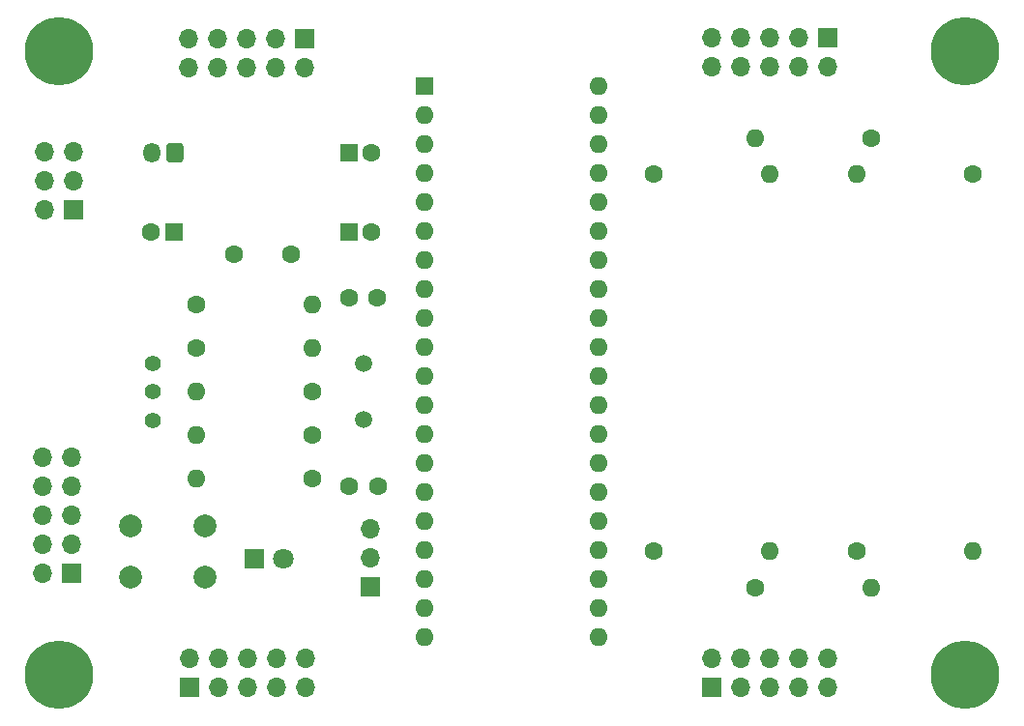
<source format=gbr>
%TF.GenerationSoftware,KiCad,Pcbnew,(6.0.4)*%
%TF.CreationDate,2023-01-10T11:36:53+00:00*%
%TF.ProjectId,middle,6d696464-6c65-42e6-9b69-6361645f7063,rev?*%
%TF.SameCoordinates,Original*%
%TF.FileFunction,Soldermask,Top*%
%TF.FilePolarity,Negative*%
%FSLAX46Y46*%
G04 Gerber Fmt 4.6, Leading zero omitted, Abs format (unit mm)*
G04 Created by KiCad (PCBNEW (6.0.4)) date 2023-01-10 11:36:53*
%MOMM*%
%LPD*%
G01*
G04 APERTURE LIST*
G04 Aperture macros list*
%AMRoundRect*
0 Rectangle with rounded corners*
0 $1 Rounding radius*
0 $2 $3 $4 $5 $6 $7 $8 $9 X,Y pos of 4 corners*
0 Add a 4 corners polygon primitive as box body*
4,1,4,$2,$3,$4,$5,$6,$7,$8,$9,$2,$3,0*
0 Add four circle primitives for the rounded corners*
1,1,$1+$1,$2,$3*
1,1,$1+$1,$4,$5*
1,1,$1+$1,$6,$7*
1,1,$1+$1,$8,$9*
0 Add four rect primitives between the rounded corners*
20,1,$1+$1,$2,$3,$4,$5,0*
20,1,$1+$1,$4,$5,$6,$7,0*
20,1,$1+$1,$6,$7,$8,$9,0*
20,1,$1+$1,$8,$9,$2,$3,0*%
G04 Aperture macros list end*
%ADD10C,1.600000*%
%ADD11O,1.600000X1.600000*%
%ADD12R,1.600000X1.600000*%
%ADD13R,1.700000X1.700000*%
%ADD14O,1.700000X1.700000*%
%ADD15C,6.000000*%
%ADD16R,1.800000X1.800000*%
%ADD17C,1.800000*%
%ADD18C,1.397000*%
%ADD19C,2.000000*%
%ADD20RoundRect,0.312500X0.437500X0.562500X-0.437500X0.562500X-0.437500X-0.562500X0.437500X-0.562500X0*%
%ADD21O,1.500000X1.750000*%
%ADD22C,1.500000*%
G04 APERTURE END LIST*
D10*
%TO.C,R4*%
X114204907Y-95789907D03*
D11*
X104044907Y-95789907D03*
%TD*%
D12*
%TO.C,C6*%
X117379907Y-74199907D03*
D10*
X119379907Y-74199907D03*
%TD*%
D13*
%TO.C,JP103*%
X119284907Y-105299907D03*
D14*
X119284907Y-102759907D03*
X119284907Y-100219907D03*
%TD*%
D10*
%TO.C,R1*%
X104044907Y-84359907D03*
D11*
X114204907Y-84359907D03*
%TD*%
D13*
%TO.C,J105*%
X93109907Y-104044907D03*
D14*
X90569907Y-104044907D03*
X93109907Y-101504907D03*
X90569907Y-101504907D03*
X93109907Y-98964907D03*
X90569907Y-98964907D03*
X93109907Y-96424907D03*
X90569907Y-96424907D03*
X93109907Y-93884907D03*
X90569907Y-93884907D03*
%TD*%
D13*
%TO.C,SV4(D)1*%
X103439907Y-114044907D03*
D14*
X103439907Y-111504907D03*
X105979907Y-114044907D03*
X105979907Y-111504907D03*
X108519907Y-114044907D03*
X108519907Y-111504907D03*
X111059907Y-114044907D03*
X111059907Y-111504907D03*
X113599907Y-114044907D03*
X113599907Y-111504907D03*
%TD*%
D10*
%TO.C,R8*%
X161829907Y-102139907D03*
D11*
X171989907Y-102139907D03*
%TD*%
D10*
%TO.C,R7*%
X144049907Y-69119907D03*
D11*
X154209907Y-69119907D03*
%TD*%
D10*
%TO.C,C1*%
X119919907Y-96424907D03*
X117419907Y-96424907D03*
%TD*%
D13*
%TO.C,SV1(A)1*%
X159324907Y-57194907D03*
D14*
X159324907Y-59734907D03*
X156784907Y-57194907D03*
X156784907Y-59734907D03*
X154244907Y-57194907D03*
X154244907Y-59734907D03*
X151704907Y-57194907D03*
X151704907Y-59734907D03*
X149164907Y-57194907D03*
X149164907Y-59734907D03*
%TD*%
D10*
%TO.C,R2*%
X114204907Y-88169907D03*
D11*
X104044907Y-88169907D03*
%TD*%
D15*
%TO.C,*%
X91979907Y-58324907D03*
%TD*%
D16*
%TO.C,D1*%
X109119907Y-102774907D03*
D17*
X111659907Y-102774907D03*
%TD*%
D15*
%TO.C,REF\u002A\u002A*%
X171354907Y-58324907D03*
%TD*%
D12*
%TO.C,C4*%
X102095020Y-74199907D03*
D10*
X100095020Y-74199907D03*
%TD*%
D18*
%TO.C,S1*%
X100234907Y-90669907D03*
X100234907Y-88169907D03*
X100234907Y-85669907D03*
%TD*%
D10*
%TO.C,R6*%
X163099907Y-65944907D03*
D11*
X152939907Y-65944907D03*
%TD*%
D19*
%TO.C,S2*%
X98254907Y-104389907D03*
X104754907Y-104389907D03*
X104754907Y-99889907D03*
X98254907Y-99889907D03*
%TD*%
D20*
%TO.C,X103*%
X102139907Y-67214907D03*
D21*
X100139907Y-67214907D03*
%TD*%
D15*
%TO.C,*%
X91979907Y-112934907D03*
%TD*%
D10*
%TO.C,R11*%
X144049907Y-102139907D03*
D11*
X154209907Y-102139907D03*
%TD*%
D13*
%TO.C,J103*%
X93269907Y-72279907D03*
D14*
X90729907Y-72279907D03*
X93269907Y-69739907D03*
X90729907Y-69739907D03*
X93269907Y-67199907D03*
X90729907Y-67199907D03*
%TD*%
D10*
%TO.C,R3*%
X114204907Y-91979907D03*
D11*
X104044907Y-91979907D03*
%TD*%
D10*
%TO.C,R5*%
X104044907Y-80549907D03*
D11*
X114204907Y-80549907D03*
%TD*%
D12*
%TO.C,C5*%
X117379907Y-67214907D03*
D10*
X119379907Y-67214907D03*
%TD*%
D22*
%TO.C,Q1*%
X118649907Y-85719907D03*
X118649907Y-90599907D03*
%TD*%
D10*
%TO.C,C3*%
X112299907Y-76104907D03*
X107299907Y-76104907D03*
%TD*%
%TO.C,R10*%
X152939907Y-105314907D03*
D11*
X163099907Y-105314907D03*
%TD*%
D12*
%TO.C,*%
X124024907Y-61429907D03*
D11*
X124024907Y-63969907D03*
X124024907Y-66509907D03*
X124024907Y-69049907D03*
X124024907Y-71589907D03*
X124024907Y-74129907D03*
X124024907Y-76669907D03*
X124024907Y-79209907D03*
X124024907Y-81749907D03*
X124024907Y-84289907D03*
X124024907Y-86829907D03*
X124024907Y-89369907D03*
X124024907Y-91909907D03*
X124024907Y-94449907D03*
X124024907Y-96989907D03*
X124024907Y-99529907D03*
X124024907Y-102069907D03*
X124024907Y-104609907D03*
X124024907Y-107149907D03*
X124024907Y-109689907D03*
X139264907Y-109689907D03*
X139264907Y-107149907D03*
X139264907Y-104609907D03*
X139264907Y-102069907D03*
X139264907Y-99529907D03*
X139264907Y-96989907D03*
X139264907Y-94449907D03*
X139264907Y-91909907D03*
X139264907Y-89369907D03*
X139264907Y-86829907D03*
X139264907Y-84289907D03*
X139264907Y-81749907D03*
X139264907Y-79209907D03*
X139264907Y-76669907D03*
X139264907Y-74129907D03*
X139264907Y-71589907D03*
X139264907Y-69049907D03*
X139264907Y-66509907D03*
X139264907Y-63969907D03*
X139264907Y-61429907D03*
%TD*%
D13*
%TO.C,SV2(B)1*%
X113539907Y-57214907D03*
D14*
X113539907Y-59754907D03*
X110999907Y-57214907D03*
X110999907Y-59754907D03*
X108459907Y-57214907D03*
X108459907Y-59754907D03*
X105919907Y-57214907D03*
X105919907Y-59754907D03*
X103379907Y-57214907D03*
X103379907Y-59754907D03*
%TD*%
D10*
%TO.C,R9*%
X171989907Y-69119907D03*
D11*
X161829907Y-69119907D03*
%TD*%
D15*
%TO.C,*%
X171354907Y-112934907D03*
%TD*%
D10*
%TO.C,C2*%
X119899907Y-79914907D03*
X117399907Y-79914907D03*
%TD*%
D13*
%TO.C,SV3(C)1*%
X149159907Y-114064907D03*
D14*
X149159907Y-111524907D03*
X151699907Y-114064907D03*
X151699907Y-111524907D03*
X154239907Y-114064907D03*
X154239907Y-111524907D03*
X156779907Y-114064907D03*
X156779907Y-111524907D03*
X159319907Y-114064907D03*
X159319907Y-111524907D03*
%TD*%
M02*

</source>
